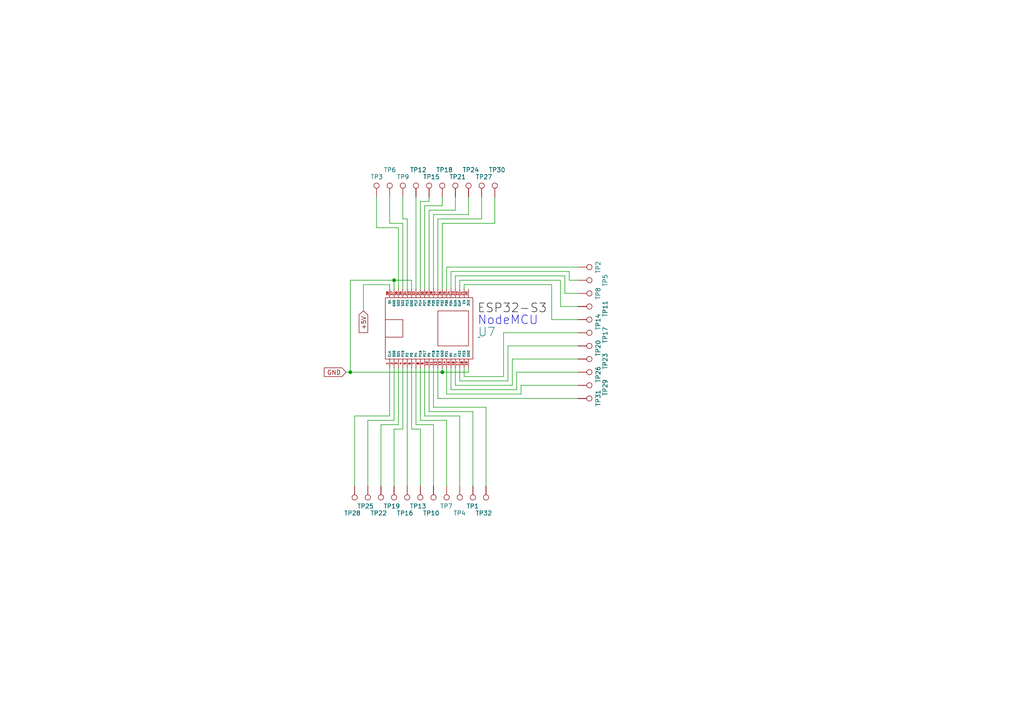
<source format=kicad_sch>
(kicad_sch (version 20231120) (generator "eeschema") (generator_version "8.0")
  (paper "A4")
  (lib_symbols
    (symbol "Connector:TestPoint" (pin_numbers hide) (pin_names (offset 0.762) hide)
      (property "Reference" "TP" (at 0 6.858 0))
      (property "Value" "TestPoint" (at 0 5.08 0))
      (symbol "TestPoint_0_1"
        (circle (center 0 3.302) (radius 0.762))
      )
      (symbol "TestPoint_1_1"
        (pin passive line (at 0 0 90) (length 2.54) (name "1") (number "1"))
      )
    )
    (symbol "New_Library:ESP-32SNodeMCU"
      (property "Reference" "U" (at 0 0 0))
      (symbol "ESP-32SNodeMCU_0_1"
        (polyline (pts (xy -8.89 12.7) (xy -8.89 -10.16)))
        (polyline (pts (xy 8.89 -10.16) (xy 8.89 12.7)))
        (polyline (pts (xy -8.89 -10.16) (xy -8.89 -11.43) (xy 8.89 -11.43) (xy 8.89 -10.16)))
        (polyline (pts (xy -8.89 12.7) (xy -8.89 13.97) (xy 8.89 13.97) (xy 8.89 12.7)))
        (polyline (pts (xy -2.54 13.97) (xy -2.54 8.89) (xy 2.54 8.89) (xy 2.54 13.97)))
        (polyline (pts (xy -5.08 -1.27) (xy -5.08 -10.16) (xy 5.08 -10.16) (xy 5.08 -1.27) (xy -5.08 -1.27)))
      )
      (symbol "ESP-32SNodeMCU_1_1"
        (pin output line (at -11.43 12.7 0) (length 2.54) (name "CLK") (number "1"))
        (pin bidirectional line (at -11.43 1.27 0) (length 2.54) (name "P5") (number "10"))
        (pin bidirectional line (at -11.43 0 0) (length 2.54) (name "P18") (number "11"))
        (pin bidirectional line (at -11.43 -1.27 0) (length 2.54) (name "P19") (number "12"))
        (pin power_in line (at -11.43 -2.54 0) (length 2.54) (name "GND") (number "13"))
        (pin bidirectional line (at -11.43 -3.81 0) (length 2.54) (name "P21") (number "14"))
        (pin input line (at -11.43 -5.08 0) (length 2.54) (name "RX") (number "15"))
        (pin output line (at -11.43 -6.35 0) (length 2.54) (name "TX") (number "16"))
        (pin bidirectional line (at -11.43 -7.62 0) (length 2.54) (name "P22") (number "17"))
        (pin bidirectional line (at -11.43 -8.89 0) (length 2.54) (name "P23") (number "18"))
        (pin power_in line (at -11.43 -10.16 0) (length 2.54) (name "GND") (number "19"))
        (pin bidirectional line (at -11.43 11.43 0) (length 2.54) (name "SDD") (number "2"))
        (pin power_out line (at 11.43 -10.16 180) (length 2.54) (name "3V3") (number "20"))
        (pin input line (at 11.43 -8.89 180) (length 2.54) (name "EN") (number "21"))
        (pin input line (at 11.43 -7.62 180) (length 2.54) (name "SUP") (number "22"))
        (pin input line (at 11.43 -6.35 180) (length 2.54) (name "SUN") (number "23"))
        (pin bidirectional line (at 11.43 -5.08 180) (length 2.54) (name "P34") (number "24"))
        (pin bidirectional line (at 11.43 -3.81 180) (length 2.54) (name "P35") (number "25"))
        (pin bidirectional line (at 11.43 -2.54 180) (length 2.54) (name "P32") (number "26"))
        (pin bidirectional line (at 11.43 -1.27 180) (length 2.54) (name "P33") (number "27"))
        (pin bidirectional line (at 11.43 0 180) (length 2.54) (name "P25") (number "28"))
        (pin bidirectional line (at 11.43 1.27 180) (length 2.54) (name "P26") (number "29"))
        (pin bidirectional line (at -11.43 10.16 0) (length 2.54) (name "SD1") (number "3"))
        (pin bidirectional line (at 11.43 2.54 180) (length 2.54) (name "P27") (number "30"))
        (pin bidirectional line (at 11.43 3.81 180) (length 2.54) (name "P14") (number "31"))
        (pin bidirectional line (at 11.43 5.08 180) (length 2.54) (name "P12") (number "32"))
        (pin power_in line (at 11.43 6.35 180) (length 2.54) (name "GND") (number "33"))
        (pin bidirectional line (at 11.43 7.62 180) (length 2.54) (name "P13") (number "34"))
        (pin bidirectional line (at 11.43 8.89 180) (length 2.54) (name "SO2") (number "35"))
        (pin bidirectional line (at 11.43 10.16 180) (length 2.54) (name "SO3") (number "36"))
        (pin power_in line (at 11.43 11.43 180) (length 2.54) (name "GND") (number "37"))
        (pin power_in line (at 11.43 12.7 180) (length 2.54) (name "5V") (number "38"))
        (pin bidirectional line (at -11.43 8.89 0) (length 2.54) (name "P15") (number "4"))
        (pin bidirectional line (at -11.43 7.62 0) (length 2.54) (name "P2") (number "5"))
        (pin bidirectional line (at -11.43 6.35 0) (length 2.54) (name "P0") (number "6"))
        (pin bidirectional line (at -11.43 5.08 0) (length 2.54) (name "P4") (number "7"))
        (pin bidirectional line (at -11.43 3.81 0) (length 2.54) (name "P16") (number "8"))
        (pin bidirectional line (at -11.43 2.54 0) (length 2.54) (name "P17") (number "9"))
      )
    )
  )
  (junction (at 101.6 107.95))
  (junction (at 128.27 107.95))
  (junction (at 114.3 81.28))
  (wire (pts (xy 114.3 121.92) (xy 106.68 121.92)))
  (wire (pts (xy 148.59 111.76) (xy 148.59 104.14)))
  (wire (pts (xy 130.81 106.68) (xy 130.81 113.03)))
  (wire (pts (xy 121.92 106.68) (xy 121.92 121.92)))
  (wire (pts (xy 125.73 118.11) (xy 140.97 118.11)))
  (wire (pts (xy 119.38 106.68) (xy 119.38 124.46)))
  (wire (pts (xy 121.92 58.42) (xy 121.92 83.82)))
  (wire (pts (xy 132.08 111.76) (xy 148.59 111.76)))
  (wire (pts (xy 124.46 119.38) (xy 137.16 119.38)))
  (wire (pts (xy 151.13 111.76) (xy 167.64 111.76)))
  (wire (pts (xy 130.81 83.82) (xy 130.81 78.74)))
  (wire (pts (xy 130.81 113.03) (xy 149.86 113.03)))
  (wire (pts (xy 100.33 107.95) (xy 101.6 107.95)))
  (wire (pts (xy 129.54 77.47) (xy 167.64 77.47)))
  (wire (pts (xy 115.57 66.04) (xy 115.57 83.82)))
  (wire (pts (xy 160.02 92.71) (xy 167.64 92.71)))
  (wire (pts (xy 101.6 81.28) (xy 101.6 107.95)))
  (wire (pts (xy 125.73 62.23) (xy 135.89 62.23)))
  (wire (pts (xy 127 115.57) (xy 167.64 115.57)) (stroke (width 0) (color 0 132 0 1)))
  (wire (pts (xy 121.92 121.92) (xy 129.54 121.92)))
  (wire (pts (xy 121.92 58.42) (xy 124.46 58.42)))
  (wire (pts (xy 134.62 109.22) (xy 146.05 109.22)))
  (wire (pts (xy 121.92 124.46) (xy 119.38 124.46)))
  (wire (pts (xy 118.11 106.68) (xy 118.11 140.97)))
  (wire (pts (xy 160.02 82.55) (xy 160.02 92.71)))
  (wire (pts (xy 149.86 107.95) (xy 167.64 107.95)))
  (wire (pts (xy 120.65 57.15) (xy 120.65 83.82)))
  (wire (pts (xy 124.46 60.96) (xy 124.46 83.82)))
  (wire (pts (xy 124.46 60.96) (xy 132.08 60.96)))
  (wire (pts (xy 116.84 63.5) (xy 118.11 63.5)))
  (wire (pts (xy 119.38 81.28) (xy 114.3 81.28)))
  (wire (pts (xy 113.03 120.65) (xy 102.87 120.65)))
  (wire (pts (xy 165.1 81.28) (xy 167.64 81.28)))
  (wire (pts (xy 127 63.5) (xy 127 83.82)))
  (wire (pts (xy 116.84 64.77) (xy 116.84 83.82)))
  (wire (pts (xy 113.03 82.55) (xy 105.41 82.55)))
  (wire (pts (xy 147.32 100.33) (xy 167.64 100.33)))
  (wire (pts (xy 110.49 123.19) (xy 115.57 123.19)))
  (wire (pts (xy 128.27 64.77) (xy 143.51 64.77)))
  (wire (pts (xy 148.59 104.14) (xy 167.64 104.14)))
  (wire (pts (xy 113.03 106.68) (xy 113.03 120.65)))
  (wire (pts (xy 143.51 64.77) (xy 143.51 57.15)))
  (wire (pts (xy 109.22 66.04) (xy 115.57 66.04)))
  (wire (pts (xy 129.54 106.68) (xy 129.54 114.3)))
  (wire (pts (xy 133.35 81.28) (xy 162.56 81.28)))
  (wire (pts (xy 163.83 80.01) (xy 163.83 85.09)))
  (wire (pts (xy 137.16 119.38) (xy 137.16 140.97)))
  (wire (pts (xy 123.19 120.65) (xy 133.35 120.65)))
  (wire (pts (xy 139.7 63.5) (xy 139.7 57.15)))
  (wire (pts (xy 118.11 63.5) (xy 118.11 83.82)))
  (wire (pts (xy 127 106.68) (xy 127 115.57)))
  (wire (pts (xy 134.62 106.68) (xy 134.62 109.22)))
  (wire (pts (xy 133.35 120.65) (xy 133.35 140.97)))
  (wire (pts (xy 128.27 107.95) (xy 135.89 107.95)))
  (wire (pts (xy 151.13 114.3) (xy 151.13 111.76)))
  (wire (pts (xy 116.84 106.68) (xy 116.84 124.46)))
  (wire (pts (xy 132.08 83.82) (xy 132.08 80.01)))
  (wire (pts (xy 119.38 83.82) (xy 119.38 81.28)))
  (wire (pts (xy 149.86 113.03) (xy 149.86 107.95)))
  (wire (pts (xy 129.54 77.47) (xy 129.54 83.82)))
  (wire (pts (xy 132.08 106.68) (xy 132.08 111.76)))
  (wire (pts (xy 116.84 57.15) (xy 116.84 63.5)))
  (wire (pts (xy 128.27 64.77) (xy 128.27 83.82)))
  (wire (pts (xy 127 63.5) (xy 139.7 63.5)))
  (wire (pts (xy 129.54 121.92) (xy 129.54 140.97)))
  (wire (pts (xy 167.64 96.52) (xy 146.05 96.52)))
  (wire (pts (xy 132.08 80.01) (xy 163.83 80.01)))
  (wire (pts (xy 134.62 83.82) (xy 134.62 82.55)))
  (wire (pts (xy 125.73 62.23) (xy 125.73 83.82)))
  (wire (pts (xy 123.19 59.69) (xy 128.27 59.69)))
  (wire (pts (xy 128.27 59.69) (xy 128.27 57.15)))
  (wire (pts (xy 147.32 110.49) (xy 147.32 100.33)))
  (wire (pts (xy 114.3 124.46) (xy 114.3 140.97)))
  (wire (pts (xy 129.54 114.3) (xy 151.13 114.3)))
  (wire (pts (xy 106.68 121.92) (xy 106.68 140.97)))
  (wire (pts (xy 133.35 106.68) (xy 133.35 110.49)))
  (wire (pts (xy 101.6 81.28) (xy 114.3 81.28)))
  (wire (pts (xy 109.22 57.15) (xy 109.22 66.04)))
  (wire (pts (xy 140.97 118.11) (xy 140.97 140.97)))
  (wire (pts (xy 116.84 64.77) (xy 113.03 64.77)))
  (wire (pts (xy 115.57 106.68) (xy 115.57 123.19)))
  (wire (pts (xy 102.87 120.65) (xy 102.87 140.97)))
  (wire (pts (xy 114.3 81.28) (xy 114.3 83.82)))
  (wire (pts (xy 146.05 96.52) (xy 146.05 109.22)))
  (wire (pts (xy 133.35 83.82) (xy 133.35 81.28)))
  (wire (pts (xy 125.73 123.19) (xy 125.73 140.97)))
  (wire (pts (xy 114.3 106.68) (xy 114.3 121.92)))
  (wire (pts (xy 110.49 140.97) (xy 110.49 123.19)))
  (wire (pts (xy 123.19 106.68) (xy 123.19 120.65)))
  (wire (pts (xy 113.03 83.82) (xy 113.03 82.55)))
  (wire (pts (xy 116.84 124.46) (xy 114.3 124.46)))
  (wire (pts (xy 124.46 106.68) (xy 124.46 119.38)))
  (wire (pts (xy 163.83 85.09) (xy 167.64 85.09)))
  (wire (pts (xy 135.89 62.23) (xy 135.89 57.15)))
  (wire (pts (xy 125.73 106.68) (xy 125.73 118.11)))
  (wire (pts (xy 162.56 81.28) (xy 162.56 88.9)))
  (wire (pts (xy 101.6 107.95) (xy 128.27 107.95)))
  (wire (pts (xy 128.27 106.68) (xy 128.27 107.95)))
  (wire (pts (xy 120.65 123.19) (xy 125.73 123.19)))
  (wire (pts (xy 133.35 110.49) (xy 147.32 110.49)))
  (wire (pts (xy 121.92 140.97) (xy 121.92 124.46)))
  (wire (pts (xy 130.81 78.74) (xy 165.1 78.74)))
  (wire (pts (xy 135.89 106.68) (xy 135.89 107.95)))
  (wire (pts (xy 124.46 58.42) (xy 124.46 57.15)))
  (wire (pts (xy 120.65 106.68) (xy 120.65 123.19)))
  (wire (pts (xy 132.08 60.96) (xy 132.08 57.15)))
  (wire (pts (xy 162.56 88.9) (xy 167.64 88.9)))
  (wire (pts (xy 165.1 78.74) (xy 165.1 81.28)))
  (wire (pts (xy 134.62 82.55) (xy 160.02 82.55)))
  (wire (pts (xy 113.03 64.77) (xy 113.03 57.15)))
  (wire (pts (xy 105.41 82.55) (xy 105.41 90.17)))
  (wire (pts (xy 123.19 59.69) (xy 123.19 83.82)))
  (text "NodeMCU\n" (at 147.32 92.964 0) (effects (font (size 2.54 2.54))))
  (label "ESP32-S3 " (at 138.43 91.44 0) (effects (font (size 2.54 2.54))))
  (global_label "GND" (shape input) (at 100.33 107.95 180) (property "Intersheetrefs" "${INTERSHEET_REFS}" (effects (hide yes))))
  (global_label "+5V" (shape input) (at 105.41 90.17 270) (property "Intersheetrefs" "${INTERSHEET_REFS}" (effects (hide yes))))
  (symbol (lib_id "Connector:TestPoint") (at 121.92 140.97 180) (unit 1)
    (property "Reference" "TP13" (at 123.698 146.812 0) (effects (justify left)))
    (property "Value" "TestPoint" (effects (hide yes)))
    (property "Footprint" "TestPoint:Test Point" (effects (hide yes)))
    (property "Description" "test point" (effects (hide yes)))
  )
  (symbol (lib_id "Connector:TestPoint") (at 167.64 92.71 270) (unit 1)
    (property "Reference" "TP14" (at 173.482 90.932 0) (effects (justify left)))
    (property "Value" "TestPoint" (effects (hide yes)))
    (property "Footprint" "TestPoint:Test Point" (effects (hide yes)))
    (property "Description" "test point" (effects (hide yes)))
  )
  (symbol (lib_id "Connector:TestPoint") (at 106.68 140.97 180) (unit 1)
    (property "Reference" "TP25" (at 108.458 146.812 0) (effects (justify left)))
    (property "Value" "TestPoint" (effects (hide yes)))
    (property "Footprint" "TestPoint:Test Point" (effects (hide yes)))
    (property "Description" "test point" (effects (hide yes)))
  )
  (symbol (lib_id "Connector:TestPoint") (at 114.3 140.97 180) (unit 1)
    (property "Reference" "TP19" (at 116.078 146.812 0) (effects (justify left)))
    (property "Value" "TestPoint" (effects (hide yes)))
    (property "Footprint" "TestPoint:Test Point" (effects (hide yes)))
    (property "Description" "test point" (effects (hide yes)))
  )
  (symbol (lib_id "Connector:TestPoint") (at 139.7 57.15 0) (unit 1)
    (property "Reference" "TP27" (at 137.922 51.308 0) (effects (justify left)))
    (property "Value" "TestPoint" (effects (hide yes)))
    (property "Footprint" "TestPoint:Test Point" (effects (hide yes)))
    (property "Description" "test point" (effects (hide yes)))
  )
  (symbol (lib_id "Connector:TestPoint") (at 167.64 88.9 270) (unit 1)
    (property "Reference" "TP11" (at 175.514 87.122 0) (effects (justify left)))
    (property "Value" "TestPoint" (effects (hide yes)))
    (property "Footprint" "TestPoint:Test Point" (effects (hide yes)))
    (property "Description" "test point" (effects (hide yes)))
  )
  (symbol (lib_id "Connector:TestPoint") (at 102.87 140.97 180) (unit 1)
    (property "Reference" "TP28" (at 104.648 148.844 0) (effects (justify left)))
    (property "Value" "TestPoint" (effects (hide yes)))
    (property "Footprint" "TestPoint:Test Point" (effects (hide yes)))
    (property "Description" "test point" (effects (hide yes)))
  )
  (symbol (lib_id "Connector:TestPoint") (at 109.22 57.15 0) (unit 1)
    (property "Reference" "TP3" (at 107.442 51.308 0) (effects (justify left)))
    (property "Value" "TestPoint" (effects (hide yes)))
    (property "Footprint" "TestPoint:Test Point" (effects (hide yes)))
    (property "Description" "test point" (effects (hide yes)))
  )
  (symbol (lib_id "Connector:TestPoint") (at 120.65 57.15 0) (unit 1)
    (property "Reference" "TP12" (at 118.872 49.276 0) (effects (justify left)))
    (property "Value" "TestPoint" (effects (hide yes)))
    (property "Footprint" "TestPoint:Test Point" (effects (hide yes)))
    (property "Description" "test point" (effects (hide yes)))
  )
  (symbol (lib_id "Connector:TestPoint") (at 167.64 107.95 270) (unit 1)
    (property "Reference" "TP26" (at 173.482 106.172 0) (effects (justify left)))
    (property "Value" "TestPoint" (effects (hide yes)))
    (property "Footprint" "TestPoint:Test Point" (effects (hide yes)))
    (property "Description" "test point" (effects (hide yes)))
  )
  (symbol (lib_id "Connector:TestPoint") (at 125.73 140.97 180) (unit 1)
    (property "Reference" "TP10" (at 127.508 148.844 0) (effects (justify left)))
    (property "Value" "TestPoint" (effects (hide yes)))
    (property "Footprint" "TestPoint:Test Point" (effects (hide yes)))
    (property "Description" "test point" (effects (hide yes)))
  )
  (symbol (lib_id "Connector:TestPoint") (at 133.35 140.97 180) (unit 1)
    (property "Reference" "TP4" (at 135.128 148.844 0) (effects (justify left)))
    (property "Value" "TestPoint" (effects (hide yes)))
    (property "Footprint" "TestPoint:Test Point" (effects (hide yes)))
    (property "Description" "test point" (effects (hide yes)))
  )
  (symbol (lib_id "Connector:TestPoint") (at 167.64 115.57 270) (unit 1)
    (property "Reference" "TP31" (at 173.482 113.03 0) (effects (justify left)))
    (property "Value" "TestPoint" (effects (hide yes)))
    (property "Footprint" "TestPoint:Test Point" (effects (hide yes)))
    (property "Description" "test point" (effects (hide yes)))
  )
  (symbol (lib_id "Connector:TestPoint") (at 137.16 140.97 180) (unit 1)
    (property "Reference" "TP1" (at 138.938 146.812 0) (effects (justify left)))
    (property "Value" "TestPoint" (effects (hide yes)))
    (property "Footprint" "TestPoint:Test Point" (effects (hide yes)))
    (property "Description" "test point" (effects (hide yes)))
  )
  (symbol (lib_id "Connector:TestPoint") (at 143.51 57.15 0) (unit 1)
    (property "Reference" "TP30" (at 141.732 49.276 0) (effects (justify left)))
    (property "Value" "TestPoint" (effects (hide yes)))
    (property "Footprint" "TestPoint:Test Point" (effects (hide yes)))
    (property "Description" "test point" (effects (hide yes)))
  )
  (symbol (lib_id "Connector:TestPoint") (at 167.64 77.47 270) (unit 1)
    (property "Reference" "TP2" (at 173.482 75.692 0) (effects (justify left)))
    (property "Value" "TestPoint" (effects (hide yes)))
    (property "Footprint" "TestPoint:Test Point" (effects (hide yes)))
    (property "Description" "test point" (effects (hide yes)))
  )
  (symbol (lib_id "Connector:TestPoint") (at 167.64 111.76 270) (unit 1)
    (property "Reference" "TP29" (at 175.514 109.982 0) (effects (justify left)))
    (property "Value" "TestPoint" (effects (hide yes)))
    (property "Footprint" "TestPoint:Test Point" (effects (hide yes)))
    (property "Description" "test point" (effects (hide yes)))
  )
  (symbol (lib_id "Connector:TestPoint") (at 110.49 140.97 180) (unit 1)
    (property "Reference" "TP22" (at 112.268 148.844 0) (effects (justify left)))
    (property "Value" "TestPoint" (effects (hide yes)))
    (property "Footprint" "TestPoint:Test Point" (effects (hide yes)))
    (property "Description" "test point" (effects (hide yes)))
  )
  (symbol (lib_id "Connector:TestPoint") (at 167.64 81.28 270) (unit 1)
    (property "Reference" "TP5" (at 175.514 79.502 0) (effects (justify left)))
    (property "Value" "TestPoint" (effects (hide yes)))
    (property "Footprint" "TestPoint:Test Point" (effects (hide yes)))
    (property "Description" "test point" (effects (hide yes)))
  )
  (symbol (lib_id "Connector:TestPoint") (at 116.84 57.15 0) (unit 1)
    (property "Reference" "TP9" (at 115.062 51.308 0) (effects (justify left)))
    (property "Value" "TestPoint" (effects (hide yes)))
    (property "Footprint" "TestPoint:Test Point" (effects (hide yes)))
    (property "Description" "test point" (effects (hide yes)))
  )
  (symbol (lib_id "Connector:TestPoint") (at 167.64 96.52 270) (unit 1)
    (property "Reference" "TP17" (at 175.514 94.742 0) (effects (justify left)))
    (property "Value" "TestPoint" (effects (hide yes)))
    (property "Footprint" "TestPoint:Test Point" (effects (hide yes)))
    (property "Description" "test point" (effects (hide yes)))
  )
  (symbol (lib_id "Connector:TestPoint") (at 132.08 57.15 0) (unit 1)
    (property "Reference" "TP21" (at 130.302 51.308 0) (effects (justify left)))
    (property "Value" "TestPoint" (effects (hide yes)))
    (property "Footprint" "TestPoint:Test Point" (effects (hide yes)))
    (property "Description" "test point" (effects (hide yes)))
  )
  (symbol (lib_id "Connector:TestPoint") (at 135.89 57.15 0) (unit 1)
    (property "Reference" "TP24" (at 134.112 49.276 0) (effects (justify left)))
    (property "Value" "TestPoint" (effects (hide yes)))
    (property "Footprint" "TestPoint:Test Point" (effects (hide yes)))
    (property "Description" "test point" (effects (hide yes)))
  )
  (symbol (lib_id "Connector:TestPoint") (at 124.46 57.15 0) (unit 1)
    (property "Reference" "TP15" (at 122.682 51.308 0) (effects (justify left)))
    (property "Value" "TestPoint" (effects (hide yes)))
    (property "Footprint" "TestPoint:Test Point" (effects (hide yes)))
    (property "Description" "test point" (effects (hide yes)))
  )
  (symbol (lib_id "New_Library:ESP-32SNodeMCU") (at 125.73 95.25 90) (unit 1)
    (property "Reference" "U7" (at 138.43 96.266 90) (effects (font (size 2.54 2.54)) (justify right)))
    (property "Value" "~" (at 138.43 97.79 90) (effects (justify right)))
    (property "Footprint" "Library:ESP32-19x19" (effects (hide yes)))
  )
  (symbol (lib_id "Connector:TestPoint") (at 128.27 57.15 0) (unit 1)
    (property "Reference" "TP18" (at 126.492 49.276 0) (effects (justify left)))
    (property "Value" "TestPoint" (effects (hide yes)))
    (property "Footprint" "TestPoint:Test Point" (effects (hide yes)))
    (property "Description" "test point" (effects (hide yes)))
  )
  (symbol (lib_id "Connector:TestPoint") (at 167.64 85.09 270) (unit 1)
    (property "Reference" "TP8" (at 173.482 83.312 0) (effects (justify left)))
    (property "Value" "TestPoint" (effects (hide yes)))
    (property "Footprint" "TestPoint:Test Point" (effects (hide yes)))
    (property "Description" "test point" (effects (hide yes)))
  )
  (symbol (lib_id "Connector:TestPoint") (at 129.54 140.97 180) (unit 1)
    (property "Reference" "TP7" (at 131.318 146.812 0) (effects (justify left)))
    (property "Value" "TestPoint" (effects (hide yes)))
    (property "Footprint" "TestPoint:Test Point" (effects (hide yes)))
    (property "Description" "test point" (effects (hide yes)))
  )
  (symbol (lib_id "Connector:TestPoint") (at 113.03 57.15 0) (unit 1)
    (property "Reference" "TP6" (at 111.252 49.276 0) (effects (justify left)))
    (property "Value" "TestPoint" (effects (hide yes)))
    (property "Footprint" "TestPoint:Test Point" (effects (hide yes)))
    (property "Description" "test point" (effects (hide yes)))
  )
  (symbol (lib_id "Connector:TestPoint") (at 118.11 140.97 180) (unit 1)
    (property "Reference" "TP16" (at 119.888 148.844 0) (effects (justify left)))
    (property "Value" "TestPoint" (effects (hide yes)))
    (property "Footprint" "TestPoint:Test Point" (effects (hide yes)))
    (property "Description" "test point" (effects (hide yes)))
  )
  (symbol (lib_id "Connector:TestPoint") (at 140.97 140.97 180) (unit 1)
    (property "Reference" "TP32" (at 142.748 148.844 0) (effects (justify left)))
    (property "Value" "TestPoint" (effects (hide yes)))
    (property "Footprint" "TestPoint:Test Point" (effects (hide yes)))
    (property "Description" "test point" (effects (hide yes)))
  )
  (symbol (lib_id "Connector:TestPoint") (at 167.64 104.14 270) (unit 1)
    (property "Reference" "TP23" (at 175.514 102.362 0) (effects (justify left)))
    (property "Value" "TestPoint" (effects (hide yes)))
    (property "Footprint" "TestPoint:Test Point" (effects (hide yes)))
    (property "Description" "test point" (effects (hide yes)))
  )
  (symbol (lib_id "Connector:TestPoint") (at 167.64 100.33 270) (unit 1)
    (property "Reference" "TP20" (at 173.482 98.552 0) (effects (justify left)))
    (property "Value" "TestPoint" (effects (hide yes)))
    (property "Footprint" "TestPoint:Test Point" (effects (hide yes)))
    (property "Description" "test point" (effects (hide yes)))
  )
)
</source>
